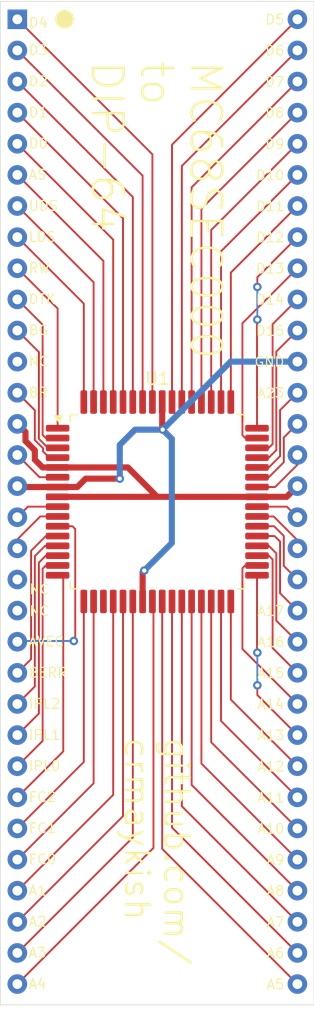
<source format=kicad_pcb>
(kicad_pcb (version 20240108) (generator "pcbnew") (generator_version "8.0")
  (layers (0 "F.Cu" signal) (31 "B.Cu" signal) (34 "B.Paste" user) (35 "F.Paste" user) (36 "B.SilkS" user "B.Silkscreen") (37 "F.SilkS" user "F.Silkscreen") (38 "B.Mask" user) (39 "F.Mask" user) (44 "Edge.Cuts" user))
  (net 0 "")
  (net 1 "/A12")
  (net 2 "/{slash}UDS")
  (net 3 "/D8")
  (net 4 "/A5")
  (net 5 "/A10")
  (net 6 "/{slash}LDS")
  (net 7 "/D6")
  (net 8 "/D9")
  (net 9 "/FC2")
  (net 10 "/{slash}IPL2")
  (net 11 "/{slash}IPL1")
  (net 12 "/{slash}BERR")
  (net 13 "/{slash}RESET")
  (net 14 "/D10")
  (net 15 "/A22")
  (net 16 "/A11")
  (net 17 "/{slash}IPL0")
  (net 18 "/D7")
  (net 19 "/A9")
  (net 20 "/D0")
  (net 21 "/A18")
  (net 22 "/D15")
  (net 23 "/A6")
  (net 24 "/D1")
  (net 25 "/A21")
  (net 26 "/A17")
  (net 27 "/D14")
  (net 28 "/D13")
  (net 29 "/A13")
  (net 30 "/{slash}BG")
  (net 31 "/A15")
  (net 32 "/A1")
  (net 33 "/A7")
  (net 34 "/FC0")
  (net 35 "/A16")
  (net 36 "/FC1")
  (net 37 "/{slash}DTACK")
  (net 38 "/D3")
  (net 39 "/A3")
  (net 40 "/A8")
  (net 41 "/A4")
  (net 42 "/CLK")
  (net 43 "/D11")
  (net 44 "/D5")
  (net 45 "/{slash}BR")
  (net 46 "/D12")
  (net 47 "/D2")
  (net 48 "/A23")
  (net 49 "/A19")
  (net 50 "/RW")
  (net 51 "/{slash}AS")
  (net 52 "/A14")
  (net 53 "/D4")
  (net 54 "/A20")
  (net 55 "/A0")
  (net 56 "/{slash}HALT")
  (net 57 "/A2")
  (net 58 "GND")
  (net 59 "VCC")
  (net 60 "Net-(U1-{slash}AVEC)")
  (footprint "Package_QFP:PQFP-64_14x14mm_P0.8mm" (layer "F.Cu") (at 141.315 87.635)
    (property "Reference" "U1" (at 0 -10.05 0) (layer "F.SilkS"))
    (property "Value" "~")
    (fp_line (start -7.11 -7.11) (end -7.11 -6.535) (stroke (width 0.12)) (layer "F.SilkS"))
    (fp_line (start -7.11 7.11) (end -7.11 6.535) (stroke (width 0.12)) (layer "F.SilkS"))
    (fp_line (start -6.535 -7.11) (end -7.11 -7.11) (stroke (width 0.12)) (layer "F.SilkS"))
    (fp_line (start -6.535 7.11) (end -7.11 7.11) (stroke (width 0.12)) (layer "F.SilkS"))
    (fp_line (start 6.535 -7.11) (end 7.11 -7.11) (stroke (width 0.12)) (layer "F.SilkS"))
    (fp_line (start 6.535 7.11) (end 7.11 7.11) (stroke (width 0.12)) (layer "F.SilkS"))
    (fp_line (start 7.11 -7.11) (end 7.11 -6.535) (stroke (width 0.12)) (layer "F.SilkS"))
    (fp_line (start 7.11 7.11) (end 7.11 6.535) (stroke (width 0.12)) (layer "F.SilkS"))
    (fp_poly (pts (xy -8.05 -6.535) (xy -8.39 -7.005) (xy -7.71 -7.005) (xy -8.05 -6.535)) (stroke (width 0.12)) (fill solid) (layer "F.SilkS"))
    (pad "1" smd roundrect (at -8.1375 -6) (size 1.925 0.55) (layers "F.Cu" "F.Paste" "F.Mask") (net 50 "/RW"))
    (pad "2" smd roundrect (at -8.1375 -5.2) (size 1.925 0.55) (layers "F.Cu" "F.Paste" "F.Mask") (net 37 "/{slash}DTACK"))
    (pad "3" smd roundrect (at -8.1375 -4.4) (size 1.925 0.55) (layers "F.Cu" "F.Paste" "F.Mask") (net 30 "/{slash}BG"))
    (pad "4" smd roundrect (at -8.1375 -3.6) (size 1.925 0.55) (layers "F.Cu" "F.Paste" "F.Mask") (net 45 "/{slash}BR"))
    (pad "5" smd roundrect (at -8.1375 -2.8) (size 1.925 0.55) (layers "F.Cu" "F.Paste" "F.Mask") (net 59 "VCC"))
    (pad "6" smd roundrect (at -8.1375 -2) (size 1.925 0.55) (layers "F.Cu" "F.Paste" "F.Mask") (net 42 "/CLK"))
    (pad "7" smd roundrect (at -8.1375 -1.2) (size 1.925 0.55) (layers "F.Cu" "F.Paste" "F.Mask") (net 58 "GND"))
    (pad "8" smd roundrect (at -8.1375 -0.4) (size 1.925 0.55) (layers "F.Cu" "F.Paste" "F.Mask") (net 59 "VCC"))
    (pad "9" smd roundrect (at -8.1375 0.4) (size 1.925 0.55) (layers "F.Cu" "F.Paste" "F.Mask") (net 56 "/{slash}HALT"))
    (pad "10" smd roundrect (at -8.1375 1.2) (size 1.925 0.55) (layers "F.Cu" "F.Paste" "F.Mask") (net 13 "/{slash}RESET"))
    (pad "11" smd roundrect (at -8.1375 2) (size 1.925 0.55) (layers "F.Cu" "F.Paste" "F.Mask") (net 60 "Net-(U1-{slash}AVEC)"))
    (pad "12" smd roundrect (at -8.1375 2.8) (size 1.925 0.55) (layers "F.Cu" "F.Paste" "F.Mask") (net 12 "/{slash}BERR"))
    (pad "13" smd roundrect (at -8.1375 3.6) (size 1.925 0.55) (layers "F.Cu" "F.Paste" "F.Mask") (net 10 "/{slash}IPL2"))
    (pad "14" smd roundrect (at -8.1375 4.4) (size 1.925 0.55) (layers "F.Cu" "F.Paste" "F.Mask") (net 11 "/{slash}IPL1"))
    (pad "15" smd roundrect (at -8.1375 5.2) (size 1.925 0.55) (layers "F.Cu" "F.Paste" "F.Mask") (net 17 "/{slash}IPL0"))
    (pad "16" smd roundrect (at -8.1375 6) (size 1.925 0.55) (layers "F.Cu" "F.Paste" "F.Mask") (net 9 "/FC2"))
    (pad "17" smd roundrect (at -6 8.1375) (size 0.55 1.925) (layers "F.Cu" "F.Paste" "F.Mask") (net 36 "/FC1"))
    (pad "18" smd roundrect (at -5.2 8.1375) (size 0.55 1.925) (layers "F.Cu" "F.Paste" "F.Mask") (net 34 "/FC0"))
    (pad "19" smd roundrect (at -4.4 8.1375) (size 0.55 1.925) (layers "F.Cu" "F.Paste" "F.Mask") (net 55 "/A0"))
    (pad "20" smd roundrect (at -3.6 8.1375) (size 0.55 1.925) (layers "F.Cu" "F.Paste" "F.Mask") (net 32 "/A1"))
    (pad "21" smd roundrect (at -2.8 8.1375) (size 0.55 1.925) (layers "F.Cu" "F.Paste" "F.Mask") (net 57 "/A2"))
    (pad "22" smd roundrect (at -2 8.1375) (size 0.55 1.925) (layers "F.Cu" "F.Paste" "F.Mask") (net 39 "/A3"))
    (pad "23" smd roundrect (at -1.2 8.1375) (size 0.55 1.925) (layers "F.Cu" "F.Paste" "F.Mask") (net 58 "GND"))
    (pad "24" smd roundrect (at -0.4 8.1375) (size 0.55 1.925) (layers "F.Cu" "F.Paste" "F.Mask") (net 41 "/A4"))
    (pad "25" smd roundrect (at 0.4 8.1375) (size 0.55 1.925) (layers "F.Cu" "F.Paste" "F.Mask") (net 4 "/A5"))
    (pad "26" smd roundrect (at 1.2 8.1375) (size 0.55 1.925) (layers "F.Cu" "F.Paste" "F.Mask") (net 23 "/A6"))
    (pad "27" smd roundrect (at 2 8.1375) (size 0.55 1.925) (layers "F.Cu" "F.Paste" "F.Mask") (net 33 "/A7"))
    (pad "28" smd roundrect (at 2.8 8.1375) (size 0.55 1.925) (layers "F.Cu" "F.Paste" "F.Mask") (net 40 "/A8"))
    (pad "29" smd roundrect (at 3.6 8.1375) (size 0.55 1.925) (layers "F.Cu" "F.Paste" "F.Mask") (net 19 "/A9"))
    (pad "30" smd roundrect (at 4.4 8.1375) (size 0.55 1.925) (layers "F.Cu" "F.Paste" "F.Mask") (net 5 "/A10"))
    (pad "31" smd roundrect (at 5.2 8.1375) (size 0.55 1.925) (layers "F.Cu" "F.Paste" "F.Mask") (net 16 "/A11"))
    (pad "32" smd roundrect (at 6 8.1375) (size 0.55 1.925) (layers "F.Cu" "F.Paste" "F.Mask") (net 1 "/A12"))
    (pad "33" smd roundrect (at 8.1375 6) (size 1.925 0.55) (layers "F.Cu" "F.Paste" "F.Mask") (net 29 "/A13"))
    (pad "34" smd roundrect (at 8.1375 5.2) (size 1.925 0.55) (layers "F.Cu" "F.Paste" "F.Mask") (net 52 "/A14"))
    (pad "35" smd roundrect (at 8.1375 4.4) (size 1.925 0.55) (layers "F.Cu" "F.Paste" "F.Mask") (net 31 "/A15"))
    (pad "36" smd roundrect (at 8.1375 3.6) (size 1.925 0.55) (layers "F.Cu" "F.Paste" "F.Mask") (net 35 "/A16"))
    (pad "37" smd roundrect (at 8.1375 2.8) (size 1.925 0.55) (layers "F.Cu" "F.Paste" "F.Mask") (net 26 "/A17"))
    (pad "38" smd roundrect (at 8.1375 2) (size 1.925 0.55) (layers "F.Cu" "F.Paste" "F.Mask") (net 21 "/A18"))
    (pad "39" smd roundrect (at 8.1375 1.2) (size 1.925 0.55) (layers "F.Cu" "F.Paste" "F.Mask") (net 49 "/A19"))
    (pad "40" smd roundrect (at 8.1375 0.4) (size 1.925 0.55) (layers "F.Cu" "F.Paste" "F.Mask") (net 54 "/A20"))
    (pad "41" smd roundrect (at 8.1375 -0.4) (size 1.925 0.55) (layers "F.Cu" "F.Paste" "F.Mask") (net 59 "VCC"))
    (pad "42" smd roundrect (at 8.1375 -1.2) (size 1.925 0.55) (layers "F.Cu" "F.Paste" "F.Mask") (net 25 "/A21"))
    (pad "43" smd roundrect (at 8.1375 -2) (size 1.925 0.55) (layers "F.Cu" "F.Paste" "F.Mask") (net 15 "/A22"))
    (pad "44" smd roundrect (at 8.1375 -2.8) (size 1.925 0.55) (layers "F.Cu" "F.Paste" "F.Mask") (net 48 "/A23"))
    (pad "45" smd roundrect (at 8.1375 -3.6) (size 1.925 0.55) (layers "F.Cu" "F.Paste" "F.Mask") (net 22 "/D15"))
    (pad "46" smd roundrect (at 8.1375 -4.4) (size 1.925 0.55) (layers "F.Cu" "F.Paste" "F.Mask") (net 27 "/D14"))
    (pad "47" smd roundrect (at 8.1375 -5.2) (size 1.925 0.55) (layers "F.Cu" "F.Paste" "F.Mask") (net 28 "/D13"))
    (pad "48" smd roundrect (at 8.1375 -6) (size 1.925 0.55) (layers "F.Cu" "F.Paste" "F.Mask") (net 46 "/D12"))
    (pad "49" smd roundrect (at 6 -8.1375) (size 0.55 1.925) (layers "F.Cu" "F.Paste" "F.Mask") (net 43 "/D11"))
    (pad "50" smd roundrect (at 5.2 -8.1375) (size 0.55 1.925) (layers "F.Cu" "F.Paste" "F.Mask") (net 14 "/D10"))
    (pad "51" smd roundrect (at 4.4 -8.1375) (size 0.55 1.925) (layers "F.Cu" "F.Paste" "F.Mask") (net 8 "/D9"))
    (pad "52" smd roundrect (at 3.6 -8.1375) (size 0.55 1.925) (layers "F.Cu" "F.Paste" "F.Mask") (net 3 "/D8"))
    (pad "53" smd roundrect (at 2.8 -8.1375) (size 0.55 1.925) (layers "F.Cu" "F.Paste" "F.Mask") (net 18 "/D7"))
    (pad "54" smd roundrect (at 2 -8.1375) (size 0.55 1.925) (layers "F.Cu" "F.Paste" "F.Mask") (net 7 "/D6"))
    (pad "55" smd roundrect (at 1.2 -8.1375) (size 0.55 1.925) (layers "F.Cu" "F.Paste" "F.Mask") (net 44 "/D5"))
    (pad "56" smd roundrect (at 0.4 -8.1375) (size 0.55 1.925) (layers "F.Cu" "F.Paste" "F.Mask") (net 58 "GND"))
    (pad "57" smd roundrect (at -0.4 -8.1375) (size 0.55 1.925) (layers "F.Cu" "F.Paste" "F.Mask") (net 53 "/D4"))
    (pad "58" smd roundrect (at -1.2 -8.1375) (size 0.55 1.925) (layers "F.Cu" "F.Paste" "F.Mask") (net 38 "/D3"))
    (pad "59" smd roundrect (at -2 -8.1375) (size 0.55 1.925) (layers "F.Cu" "F.Paste" "F.Mask") (net 47 "/D2"))
    (pad "60" smd roundrect (at -2.8 -8.1375) (size 0.55 1.925) (layers "F.Cu" "F.Paste" "F.Mask") (net 24 "/D1"))
    (pad "61" smd roundrect (at -3.6 -8.1375) (size 0.55 1.925) (layers "F.Cu" "F.Paste" "F.Mask") (net 20 "/D0"))
    (pad "62" smd roundrect (at -4.4 -8.1375) (size 0.55 1.925) (layers "F.Cu" "F.Paste" "F.Mask") (net 51 "/{slash}AS"))
    (pad "63" smd roundrect (at -5.2 -8.1375) (size 0.55 1.925) (layers "F.Cu" "F.Paste" "F.Mask") (net 2 "/{slash}UDS"))
    (pad "64" smd roundrect (at -6 -8.1375) (size 0.55 1.925) (layers "F.Cu" "F.Paste" "F.Mask") (net 6 "/{slash}LDS"))
  )
  (footprint "Package_DIP:DIP-64_W22.86mm" (layer "F.Cu") (at 129.89 48.26)
    (property "Reference" "U2" (hide yes))
    (property "Value" "68010D")
    (pad "1" thru_hole rect (at 0 0) (size 1.6 1.6) (drill 0.8) (layers "*.Cu" "*.Mask") (net 53 "/D4"))
    (pad "2" thru_hole oval (at 0 2.54) (size 1.6 1.6) (drill 0.8) (layers "*.Cu" "*.Mask") (net 38 "/D3"))
    (pad "3" thru_hole oval (at 0 5.08) (size 1.6 1.6) (drill 0.8) (layers "*.Cu" "*.Mask") (net 47 "/D2"))
    (pad "4" thru_hole oval (at 0 7.62) (size 1.6 1.6) (drill 0.8) (layers "*.Cu" "*.Mask") (net 24 "/D1"))
    (pad "5" thru_hole oval (at 0 10.16) (size 1.6 1.6) (drill 0.8) (layers "*.Cu" "*.Mask") (net 20 "/D0"))
    (pad "6" thru_hole oval (at 0 12.7) (size 1.6 1.6) (drill 0.8) (layers "*.Cu" "*.Mask") (net 51 "/{slash}AS"))
    (pad "7" thru_hole oval (at 0 15.24) (size 1.6 1.6) (drill 0.8) (layers "*.Cu" "*.Mask") (net 2 "/{slash}UDS"))
    (pad "8" thru_hole oval (at 0 17.78) (size 1.6 1.6) (drill 0.8) (layers "*.Cu" "*.Mask") (net 6 "/{slash}LDS"))
    (pad "9" thru_hole oval (at 0 20.32) (size 1.6 1.6) (drill 0.8) (layers "*.Cu" "*.Mask") (net 50 "/RW"))
    (pad "10" thru_hole oval (at 0 22.86) (size 1.6 1.6) (drill 0.8) (layers "*.Cu" "*.Mask") (net 37 "/{slash}DTACK"))
    (pad "11" thru_hole oval (at 0 25.4) (size 1.6 1.6) (drill 0.8) (layers "*.Cu" "*.Mask") (net 30 "/{slash}BG"))
    (pad "12" thru_hole oval (at 0 27.94) (size 1.6 1.6) (drill 0.8) (layers "*.Cu" "*.Mask"))
    (pad "13" thru_hole oval (at 0 30.48) (size 1.6 1.6) (drill 0.8) (layers "*.Cu" "*.Mask") (net 45 "/{slash}BR"))
    (pad "14" thru_hole oval (at 0 33.02) (size 1.6 1.6) (drill 0.8) (layers "*.Cu" "*.Mask") (net 59 "VCC"))
    (pad "15" thru_hole oval (at 0 35.56) (size 1.6 1.6) (drill 0.8) (layers "*.Cu" "*.Mask") (net 42 "/CLK"))
    (pad "16" thru_hole oval (at 0 38.1) (size 1.6 1.6) (drill 0.8) (layers "*.Cu" "*.Mask") (net 58 "GND"))
    (pad "17" thru_hole oval (at 0 40.64) (size 1.6 1.6) (drill 0.8) (layers "*.Cu" "*.Mask") (net 56 "/{slash}HALT"))
    (pad "18" thru_hole oval (at 0 43.18) (size 1.6 1.6) (drill 0.8) (layers "*.Cu" "*.Mask") (net 13 "/{slash}RESET"))
    (pad "19" thru_hole oval (at 0 45.72) (size 1.6 1.6) (drill 0.8) (layers "*.Cu" "*.Mask"))
    (pad "20" thru_hole oval (at 0 48.26) (size 1.6 1.6) (drill 0.8) (layers "*.Cu" "*.Mask"))
    (pad "21" thru_hole oval (at 0 50.8) (size 1.6 1.6) (drill 0.8) (layers "*.Cu" "*.Mask") (net 60 "Net-(U1-{slash}AVEC)"))
    (pad "22" thru_hole oval (at 0 53.34) (size 1.6 1.6) (drill 0.8) (layers "*.Cu" "*.Mask") (net 12 "/{slash}BERR"))
    (pad "23" thru_hole oval (at 0 55.88) (size 1.6 1.6) (drill 0.8) (layers "*.Cu" "*.Mask") (net 10 "/{slash}IPL2"))
    (pad "24" thru_hole oval (at 0 58.42) (size 1.6 1.6) (drill 0.8) (layers "*.Cu" "*.Mask") (net 11 "/{slash}IPL1"))
    (pad "25" thru_hole oval (at 0 60.96) (size 1.6 1.6) (drill 0.8) (layers "*.Cu" "*.Mask") (net 17 "/{slash}IPL0"))
    (pad "26" thru_hole oval (at 0 63.5) (size 1.6 1.6) (drill 0.8) (layers "*.Cu" "*.Mask") (net 9 "/FC2"))
    (pad "27" thru_hole oval (at 0 66.04) (size 1.6 1.6) (drill 0.8) (layers "*.Cu" "*.Mask") (net 36 "/FC1"))
    (pad "28" thru_hole oval (at 0 68.58) (size 1.6 1.6) (drill 0.8) (layers "*.Cu" "*.Mask") (net 34 "/FC0"))
    (pad "29" thru_hole oval (at 0 71.12) (size 1.6 1.6) (drill 0.8) (layers "*.Cu" "*.Mask") (net 32 "/A1"))
    (pad "30" thru_hole oval (at 0 73.66) (size 1.6 1.6) (drill 0.8) (layers "*.Cu" "*.Mask") (net 57 "/A2"))
    (pad "31" thru_hole oval (at 0 76.2) (size 1.6 1.6) (drill 0.8) (layers "*.Cu" "*.Mask") (net 39 "/A3"))
    (pad "32" thru_hole oval (at 0 78.74) (size 1.6 1.6) (drill 0.8) (layers "*.Cu" "*.Mask") (net 41 "/A4"))
    (pad "33" thru_hole oval (at 22.86 78.74) (size 1.6 1.6) (drill 0.8) (layers "*.Cu" "*.Mask") (net 4 "/A5"))
    (pad "34" thru_hole oval (at 22.86 76.2) (size 1.6 1.6) (drill 0.8) (layers "*.Cu" "*.Mask") (net 23 "/A6"))
    (pad "35" thru_hole oval (at 22.86 73.66) (size 1.6 1.6) (drill 0.8) (layers "*.Cu" "*.Mask") (net 33 "/A7"))
    (pad "36" thru_hole oval (at 22.86 71.12) (size 1.6 1.6) (drill 0.8) (layers "*.Cu" "*.Mask") (net 40 "/A8"))
    (pad "37" thru_hole oval (at 22.86 68.58) (size 1.6 1.6) (drill 0.8) (layers "*.Cu" "*.Mask") (net 19 "/A9"))
    (pad "38" thru_hole oval (at 22.86 66.04) (size 1.6 1.6) (drill 0.8) (layers "*.Cu" "*.Mask") (net 5 "/A10"))
    (pad "39" thru_hole oval (at 22.86 63.5) (size 1.6 1.6) (drill 0.8) (layers "*.Cu" "*.Mask") (net 16 "/A11"))
    (pad "40" thru_hole oval (at 22.86 60.96) (size 1.6 1.6) (drill 0.8) (layers "*.Cu" "*.Mask") (net 1 "/A12"))
    (pad "41" thru_hole oval (at 22.86 58.42) (size 1.6 1.6) (drill 0.8) (layers "*.Cu" "*.Mask") (net 29 "/A13"))
    (pad "42" thru_hole oval (at 22.86 55.88) (size 1.6 1.6) (drill 0.8) (layers "*.Cu" "*.Mask") (net 52 "/A14"))
    (pad "43" thru_hole oval (at 22.86 53.34) (size 1.6 1.6) (drill 0.8) (layers "*.Cu" "*.Mask") (net 31 "/A15"))
    (pad "44" thru_hole oval (at 22.86 50.8) (size 1.6 1.6) (drill 0.8) (layers "*.Cu" "*.Mask") (net 35 "/A16"))
    (pad "45" thru_hole oval (at 22.86 48.26) (size 1.6 1.6) (drill 0.8) (layers "*.Cu" "*.Mask") (net 26 "/A17"))
    (pad "46" thru_hole oval (at 22.86 45.72) (size 1.6 1.6) (drill 0.8) (layers "*.Cu" "*.Mask") (net 21 "/A18"))
    (pad "47" thru_hole oval (at 22.86 43.18) (size 1.6 1.6) (drill 0.8) (layers "*.Cu" "*.Mask") (net 49 "/A19"))
    (pad "48" thru_hole oval (at 22.86 40.64) (size 1.6 1.6) (drill 0.8) (layers "*.Cu" "*.Mask") (net 54 "/A20"))
    (pad "49" thru_hole oval (at 22.86 38.1) (size 1.6 1.6) (drill 0.8) (layers "*.Cu" "*.Mask") (net 59 "VCC"))
    (pad "50" thru_hole oval (at 22.86 35.56) (size 1.6 1.6) (drill 0.8) (layers "*.Cu" "*.Mask") (net 25 "/A21"))
    (pad "51" thru_hole oval (at 22.86 33.02) (size 1.6 1.6) (drill 0.8) (layers "*.Cu" "*.Mask") (net 15 "/A22"))
    (pad "52" thru_hole oval (at 22.86 30.48) (size 1.6 1.6) (drill 0.8) (layers "*.Cu" "*.Mask") (net 48 "/A23"))
    (pad "53" thru_hole oval (at 22.86 27.94) (size 1.6 1.6) (drill 0.8) (layers "*.Cu" "*.Mask") (net 58 "GND"))
    (pad "54" thru_hole oval (at 22.86 25.4) (size 1.6 1.6) (drill 0.8) (layers "*.Cu" "*.Mask") (net 22 "/D15"))
    (pad "55" thru_hole oval (at 22.86 22.86) (size 1.6 1.6) (drill 0.8) (layers "*.Cu" "*.Mask") (net 27 "/D14"))
    (pad "56" thru_hole oval (at 22.86 20.32) (size 1.6 1.6) (drill 0.8) (layers "*.Cu" "*.Mask") (net 28 "/D13"))
    (pad "57" thru_hole oval (at 22.86 17.78) (size 1.6 1.6) (drill 0.8) (layers "*.Cu" "*.Mask") (net 46 "/D12"))
    (pad "58" thru_hole oval (at 22.86 15.24) (size 1.6 1.6) (drill 0.8) (layers "*.Cu" "*.Mask") (net 43 "/D11"))
    (pad "59" thru_hole oval (at 22.86 12.7) (size 1.6 1.6) (drill 0.8) (layers "*.Cu" "*.Mask") (net 14 "/D10"))
    (pad "60" thru_hole oval (at 22.86 10.16) (size 1.6 1.6) (drill 0.8) (layers "*.Cu" "*.Mask") (net 8 "/D9"))
    (pad "61" thru_hole oval (at 22.86 7.62) (size 1.6 1.6) (drill 0.8) (layers "*.Cu" "*.Mask") (net 3 "/D8"))
    (pad "62" thru_hole oval (at 22.86 5.08) (size 1.6 1.6) (drill 0.8) (layers "*.Cu" "*.Mask") (net 18 "/D7"))
    (pad "63" thru_hole oval (at 22.86 2.54) (size 1.6 1.6) (drill 0.8) (layers "*.Cu" "*.Mask") (net 7 "/D6"))
    (pad "64" thru_hole oval (at 22.86 0) (size 1.6 1.6) (drill 0.8) (layers "*.Cu" "*.Mask") (net 44 "/D5"))
  )
  (gr_circle (center 133.75 48.25) (end 134.457107 48.25) (stroke (width 0.1)) (fill solid) (layer "F.SilkS"))
  (gr_rect (start 128.5 46.8) (end 154.1 128.7) (stroke (width 0.05)) (fill none) (layer "Edge.Cuts"))
  (gr_text "IPL0" (at 130.75 109.67 0) (layer "F.SilkS") (effects (font (size 0.8 0.8) (thickness 0.1)) (justify left bottom)))
  (gr_text "A4" (at 130.75 127.45 0) (layer "F.SilkS") (effects (font (size 0.8 0.8) (thickness 0.1)) (justify left bottom)))
  (gr_text "D2" (at 130.75 53.79 0) (layer "F.SilkS") (effects (font (size 0.8 0.8) (thickness 0.1)) (justify left bottom)))
  (gr_text "D9" (at 151.75 58.91 0) (layer "F.SilkS") (effects (font (size 0.8 0.8) (thickness 0.1)) (justify right bottom)))
  (gr_text "D1\n" (at 130.75 56.33 0) (layer "F.SilkS") (effects (font (size 0.8 0.8) (thickness 0.1)) (justify left bottom)))
  (gr_text "A8" (at 151.75 119.87 0) (layer "F.SilkS") (effects (font (size 0.8 0.8) (thickness 0.1)) (justify right bottom)))
  (gr_text "A15" (at 151.75 102.09 0) (layer "F.SilkS") (effects (font (size 0.8 0.8) (thickness 0.1)) (justify right bottom)))
  (gr_text "D6" (at 151.75 51.29 0) (layer "F.SilkS") (effects (font (size 0.8 0.8) (thickness 0.1)) (justify right bottom)))
  (gr_text "UDS" (at 130.75 63.95 0) (layer "F.SilkS") (effects (font (size 0.8 0.8) (thickness 0.1)) (justify left bottom)))
  (gr_text "D15" (at 151.75 74.15 0) (layer "F.SilkS") (effects (font (size 0.8 0.8) (thickness 0.1)) (justify right bottom)))
  (gr_text "GND" (at 151.75 76.69 0) (layer "F.SilkS") (effects (font (size 0.8 0.8) (thickness 0.1)) (justify right bottom)))
  (gr_text "A2" (at 130.75 122.37 0) (layer "F.SilkS") (effects (font (size 0.8 0.8) (thickness 0.1)) (justify left bottom)))
  (gr_text "BERR\n" (at 130.75 102.05 0) (layer "F.SilkS") (effects (font (size 0.8 0.8) (thickness 0.1)) (justify left bottom)))
  (gr_text "D4" (at 130.75 49 0) (layer "F.SilkS") (effects (font (size 0.8 0.8) (thickness 0.1)) (justify left bottom)))
  (gr_text "D3" (at 130.75 51.25 0) (layer "F.SilkS") (effects (font (size 0.8 0.8) (thickness 0.1)) (justify left bottom)))
  (gr_text "A12" (at 151.75 109.71 0) (layer "F.SilkS") (effects (font (size 0.8 0.8) (thickness 0.1)) (justify right bottom)))
  (gr_text "NC" (at 130.75 76.65 0) (layer "F.SilkS") (effects (font (size 0.8 0.8) (thickness 0.1)) (justify left bottom)))
  (gr_text "A6" (at 151.75 124.95 0) (layer "F.SilkS") (effects (font (size 0.8 0.8) (thickness 0.1)) (justify right bottom)))
  (gr_text "D12" (at 151.75 66.53 0) (layer "F.SilkS") (effects (font (size 0.8 0.8) (thickness 0.1)) (justify right bottom)))
  (gr_text "NC" (at 130.81 97.028 0) (layer "F.SilkS") (effects (font (size 0.8 0.8) (thickness 0.1)) (justify left bottom)))
  (gr_text "A1" (at 130.75 119.83 0) (layer "F.SilkS") (effects (font (size 0.8 0.8) (thickness 0.1)) (justify left bottom)))
  (gr_text "github.com/\ncrmaykish" (at 138.5 106.75 270) (layer "F.SilkS") (effects (font (size 2 2) (thickness 0.2)) (justify left bottom)))
  (gr_text "FC1" (at 130.75 114.75 0) (layer "F.SilkS") (effects (font (size 0.8 0.8) (thickness 0.1)) (justify left bottom)))
  (gr_text "D11" (at 151.75 63.99 0) (layer "F.SilkS") (effects (font (size 0.8 0.8) (thickness 0.1)) (justify right bottom)))
  (gr_text "A3" (at 130.75 124.91 0) (layer "F.SilkS") (effects (font (size 0.8 0.8) (thickness 0.1)) (justify left bottom)))
  (gr_text "AVEC" (at 130.75 99.51 0) (layer "F.SilkS") (effects (font (size 0.8 0.8) (thickness 0.1)) (justify left bottom)))
  (gr_text "A10" (at 151.75 114.79 0) (layer "F.SilkS") (effects (font (size 0.8 0.8) (thickness 0.1)) (justify right bottom)))
  (gr_text "A9" (at 151.75 117.33 0) (layer "F.SilkS") (effects (font (size 0.8 0.8) (thickness 0.1)) (justify right bottom)))
  (gr_text "DTK\n" (at 130.75 71.57 0) (layer "F.SilkS") (effects (font (size 0.8 0.8) (thickness 0.1)) (justify left bottom)))
  (gr_text "BR" (at 130.75 79.19 0) (layer "F.SilkS") (effects (font (size 0.8 0.8) (thickness 0.1)) (justify left bottom)))
  (gr_text "A7" (at 151.75 122.41 0) (layer "F.SilkS") (effects (font (size 0.8 0.8) (thickness 0.1)) (justify right bottom)))
  (gr_text "D5" (at 151.75 48.75 0) (layer "F.SilkS") (effects (font (size 0.8 0.8) (thickness 0.1)) (justify right bottom)))
  (gr_text "D13" (at 151.75 69.07 0) (layer "F.SilkS") (effects (font (size 0.8 0.8) (thickness 0.1)) (justify right bottom)))
  (gr_text "A13" (at 151.75 107.17 0) (layer "F.SilkS") (effects (font (size 0.8 0.8) (thickness 0.1)) (justify right bottom)))
  (gr_text "IPL1" (at 130.75 107.13 0) (layer "F.SilkS") (effects (font (size 0.8 0.8) (thickness 0.1)) (justify left bottom)))
  (gr_text "A11" (at 151.75 112.25 0) (layer "F.SilkS") (effects (font (size 0.8 0.8) (thickness 0.1)) (justify right bottom)))
  (gr_text "A23" (at 151.75 79.23 0) (layer "F.SilkS") (effects (font (size 0.8 0.8) (thickness 0.1)) (justify right bottom)))
  (gr_text "AS\n" (at 130.75 61.41 0) (layer "F.SilkS") (effects (font (size 0.8 0.8) (thickness 0.1)) (justify left bottom)))
  (gr_text "MC68SEC000\nto\nDIP-64" (at 135.75 51.5 -90) (layer "F.SilkS") (effects (font (size 2.5 2.5) (thickness 0.2)) (justify left bottom)))
  (gr_text "LDS" (at 130.75 66.49 0) (layer "F.SilkS") (effects (font (size 0.8 0.8) (thickness 0.1)) (justify left bottom)))
  (gr_text "NC" (at 130.81 95.25 0) (layer "F.SilkS") (effects (font (size 0.8 0.8) (thickness 0.1)) (justify left bottom)))
  (gr_text "IPL2" (at 130.75 104.59 0) (layer "F.SilkS") (effects (font (size 0.8 0.8) (thickness 0.1)) (justify left bottom)))
  (gr_text "A5" (at 151.75 127.49 0) (layer "F.SilkS") (effects (font (size 0.8 0.8) (thickness 0.1)) (justify right bottom)))
  (gr_text "RW" (at 130.75 69.03 0) (layer "F.SilkS") (effects (font (size 0.8 0.8) (thickness 0.1)) (justify left bottom)))
  (gr_text "D0" (at 130.75 58.87 0) (layer "F.SilkS") (effects (font (size 0.8 0.8) (thickness 0.1)) (justify left bottom)))
  (gr_text "FC0" (at 130.75 117.29 0) (layer "F.SilkS") (effects (font (size 0.8 0.8) (thickness 0.1)) (justify left bottom)))
  (gr_text "A14" (at 151.75 104.63 0) (layer "F.SilkS") (effects (font (size 0.8 0.8) (thickness 0.1)) (justify right bottom)))
  (gr_text "D14" (at 151.75 71.61 0) (layer "F.SilkS") (effects (font (size 0.8 0.8) (thickness 0.1)) (justify right bottom)))
  (gr_text "D7" (at 151.75 53.83 0) (layer "F.SilkS") (effects (font (size 0.8 0.8) (thickness 0.1)) (justify right bottom)))
  (gr_text "BG" (at 130.75 74.11 0) (layer "F.SilkS") (effects (font (size 0.8 0.8) (thickness 0.1)) (justify left bottom)))
  (gr_text "D8" (at 151.75 56.37 0) (layer "F.SilkS") (effects (font (size 0.8 0.8) (thickness 0.1)) (justify right bottom)))
  (gr_text "A16" (at 151.75 99.55 0) (layer "F.SilkS") (effects (font (size 0.8 0.8) (thickness 0.1)) (justify right bottom)))
  (gr_text "D10" (at 151.75 61.45 0) (layer "F.SilkS") (effects (font (size 0.8 0.8) (thickness 0.1)) (justify right bottom)))
  (gr_text "A17" (at 151.75 97.01 0) (layer "F.SilkS") (effects (font (size 0.8 0.8) (thickness 0.1)) (justify right bottom)))
  (gr_text "FC2" (at 130.75 112.21 0) (layer "F.SilkS") (effects (font (size 0.8 0.8) (thickness 0.1)) (justify left bottom)))
  (segment (start 147.315 103.785) (end 147.315 95.31) (width 0.1524) (layer "F.Cu") (net 1))
  (segment (start 152.75 109.22) (end 147.315 103.785) (width 0.1524) (layer "F.Cu") (net 1))
  (segment (start 136.115 69.725) (end 129.89 63.5) (width 0.1524) (layer "F.Cu") (net 2))
  (segment (start 136.115 79.4975) (end 136.115 69.725) (width 0.1524) (layer "F.Cu") (net 2))
  (segment (start 144.915 79.96) (end 144.915 63.715) (width 0.1524) (layer "F.Cu") (net 3))
  (segment (start 144.915 63.715) (end 152.75 55.88) (width 0.1524) (layer "F.Cu") (net 3))
  (segment (start 141.715 115.965) (end 152.75 127) (width 0.1524) (layer "F.Cu") (net 4))
  (segment (start 141.715 95.31) (end 141.715 115.965) (width 0.1524) (layer "F.Cu") (net 4))
  (segment (start 152.75 114.3) (end 145.715 107.265) (width 0.1524) (layer "F.Cu") (net 5))
  (segment (start 145.715 107.265) (end 145.715 95.31) (width 0.1524) (layer "F.Cu") (net 5))
  (segment (start 135.315 71.465) (end 129.89 66.04) (width 0.1524) (layer "F.Cu") (net 6))
  (segment (start 135.315 79.4975) (end 135.315 71.465) (width 0.1524) (layer "F.Cu") (net 6))
  (segment (start 143.315 79.96) (end 143.315 60.235) (width 0.1524) (layer "F.Cu") (net 7))
  (segment (start 143.315 60.235) (end 152.75 50.8) (width 0.1524) (layer "F.Cu") (net 7))
  (segment (start 145.715 79.96) (end 145.715 65.455) (width 0.1524) (layer "F.Cu") (net 8))
  (segment (start 145.715 65.455) (end 152.75 58.42) (width 0.1524) (layer "F.Cu") (net 8))
  (segment (start 133.64 108.01) (end 129.89 111.76) (width 0.1524) (layer "F.Cu") (net 9))
  (segment (start 133.64 93.635) (end 133.64 108.01) (width 0.1524) (layer "F.Cu") (net 9))
  (segment (start 133.1775 91.235) (end 132.158 91.235) (width 0.1524) (layer "F.Cu") (net 10))
  (segment (start 132.158 91.235) (end 131.318 92.075) (width 0.1524) (layer "F.Cu") (net 10))
  (segment (start 131.318 102.712) (end 129.89 104.14) (width 0.1524) (layer "F.Cu") (net 10))
  (segment (start 131.318 92.075) (end 131.318 102.712) (width 0.1524) (layer "F.Cu") (net 10))
  (segment (start 132.215001 92.035) (end 131.6482 92.601801) (width 0.1524) (layer "F.Cu") (net 11))
  (segment (start 133.1775 92.035) (end 132.215001 92.035) (width 0.1524) (layer "F.Cu") (net 11))
  (segment (start 131.6482 92.601801) (end 131.6482 104.9218) (width 0.1524) (layer "F.Cu") (net 11))
  (segment (start 131.6482 104.9218) (end 129.89 106.68) (width 0.1524) (layer "F.Cu") (net 11))
  (segment (start 131.0132 100.4768) (end 129.89 101.6) (width 0.1524) (layer "F.Cu") (net 12))
  (segment (start 131.0132 91.636801) (end 131.0132 100.4768) (width 0.1524) (layer "F.Cu") (net 12))
  (segment (start 133.1775 90.435) (end 132.215001 90.435) (width 0.1524) (layer "F.Cu") (net 12))
  (segment (start 132.215001 90.435) (end 131.0132 91.636801) (width 0.1524) (layer "F.Cu") (net 12))
  (segment (start 133.64 88.835) (end 131.764 88.835) (width 0.1524) (layer "F.Cu") (net 13))
  (segment (start 129.89 90.709) (end 129.89 91.44) (width 0.1524) (layer "F.Cu") (net 13))
  (segment (start 131.764 88.835) (end 129.89 90.709) (width 0.1524) (layer "F.Cu") (net 13))
  (segment (start 146.515 67.195) (end 152.75 60.96) (width 0.1524) (layer "F.Cu") (net 14))
  (segment (start 146.515 79.96) (end 146.515 67.195) (width 0.1524) (layer "F.Cu") (net 14))
  (segment (start 151.638 84.411999) (end 151.638 82.392) (width 0.1524) (layer "F.Cu") (net 15))
  (segment (start 151.638 82.392) (end 152.75 81.28) (width 0.1524) (layer "F.Cu") (net 15))
  (segment (start 150.414999 85.635) (end 151.638 84.411999) (width 0.1524) (layer "F.Cu") (net 15))
  (segment (start 149.4525 85.635) (end 150.414999 85.635) (width 0.1524) (layer "F.Cu") (net 15))
  (segment (start 152.75 111.76) (end 146.515 105.525) (width 0.1524) (layer "F.Cu") (net 16))
  (segment (start 146.515 105.525) (end 146.515 95.31) (width 0.1524) (layer "F.Cu") (net 16))
  (segment (start 131.953 93.097001) (end 131.953 107.157) (width 0.1524) (layer "F.Cu") (net 17))
  (segment (start 132.215001 92.835) (end 131.953 93.097001) (width 0.1524) (layer "F.Cu") (net 17))
  (segment (start 131.953 107.157) (end 129.89 109.22) (width 0.1524) (layer "F.Cu") (net 17))
  (segment (start 133.1775 92.835) (end 132.215001 92.835) (width 0.1524) (layer "F.Cu") (net 17))
  (segment (start 144.115 61.975) (end 152.75 53.34) (width 0.1524) (layer "F.Cu") (net 18))
  (segment (start 144.115 79.96) (end 144.115 61.975) (width 0.1524) (layer "F.Cu") (net 18))
  (segment (start 152.75 116.84) (end 144.915 109.005) (width 0.1524) (layer "F.Cu") (net 19))
  (segment (start 144.915 109.005) (end 144.915 95.31) (width 0.1524) (layer "F.Cu") (net 19))
  (segment (start 137.715 79.4975) (end 137.715 66.245) (width 0.1524) (layer "F.Cu") (net 20))
  (segment (start 137.715 66.245) (end 129.89 58.42) (width 0.1524) (layer "F.Cu") (net 20))
  (segment (start 151.638 92.868) (end 152.75 93.98) (width 0.1524) (layer "F.Cu") (net 21))
  (segment (start 149.4525 89.635) (end 150.849 89.635) (width 0.1524) (layer "F.Cu") (net 21))
  (segment (start 151.638 90.424) (end 151.638 92.868) (width 0.1524) (layer "F.Cu") (net 21))
  (segment (start 150.849 89.635) (end 151.638 90.424) (width 0.1524) (layer "F.Cu") (net 21))
  (segment (start 151.0284 75.3816) (end 152.75 73.66) (width 0.1524) (layer "F.Cu") (net 22))
  (segment (start 151.0284 83.421599) (end 151.0284 75.3816) (width 0.1524) (layer "F.Cu") (net 22))
  (segment (start 149.4525 84.035) (end 150.414999 84.035) (width 0.1524) (layer "F.Cu") (net 22))
  (segment (start 150.414999 84.035) (end 151.0284 83.421599) (width 0.1524) (layer "F.Cu") (net 22))
  (segment (start 152.75 124.46) (end 142.515 114.225) (width 0.1524) (layer "F.Cu") (net 23))
  (segment (start 142.515 114.225) (end 142.515 95.31) (width 0.1524) (layer "F.Cu") (net 23))
  (segment (start 138.515 64.505) (end 129.89 55.88) (width 0.1524) (layer "F.Cu") (net 24))
  (segment (start 138.515 79.4975) (end 138.515 64.505) (width 0.1524) (layer "F.Cu") (net 24))
  (segment (start 150.928 86.435) (end 148.99 86.435) (width 0.1524) (layer "F.Cu") (net 25))
  (segment (start 152.75 84.613) (end 150.928 86.435) (width 0.1524) (layer "F.Cu") (net 25))
  (segment (start 152.75 83.82) (end 152.75 84.613) (width 0.1524) (layer "F.Cu") (net 25))
  (segment (start 149.4525 90.435) (end 150.887 90.435) (width 0.1524) (layer "F.Cu") (net 26))
  (segment (start 151.3332 90.8812) (end 151.3332 95.1032) (width 0.1524) (layer "F.Cu") (net 26))
  (segment (start 150.887 90.435) (end 151.3332 90.8812) (width 0.1524) (layer "F.Cu") (net 26))
  (segment (start 151.3332 95.1032) (end 152.75 96.52) (width 0.1524) (layer "F.Cu") (net 26))
  (segment (start 149.4525 83.235) (end 150.414999 83.235) (width 0.1524) (layer "F.Cu") (net 27))
  (segment (start 150.414999 83.235) (end 150.7236 82.926399) (width 0.1524) (layer "F.Cu") (net 27))
  (segment (start 150.7236 82.926399) (end 150.7236 73.1464) (width 0.1524) (layer "F.Cu") (net 27))
  (segment (start 150.7236 73.1464) (end 152.75 71.12) (width 0.1524) (layer "F.Cu") (net 27))
  (segment (start 149.4525 82.435) (end 148.490001 82.435) (width 0.1524) (layer "F.Cu") (net 28))
  (segment (start 148.2614 82.206399) (end 148.2614 73.0686) (width 0.1524) (layer "F.Cu") (net 28))
  (segment (start 148.2614 73.0686) (end 152.75 68.58) (width 0.1524) (layer "F.Cu") (net 28))
  (segment (start 148.490001 82.435) (end 148.2614 82.206399) (width 0.1524) (layer "F.Cu") (net 28))
  (segment (start 149.4525 99.9225) (end 149.479 99.949) (width 0.1524) (layer "F.Cu") (net 29))
  (segment (start 149.479 103.409) (end 152.75 106.68) (width 0.1524) (layer "F.Cu") (net 29))
  (segment (start 149.4525 93.635) (end 149.4525 99.9225) (width 0.1524) (layer "F.Cu") (net 29))
  (segment (start 149.479 102.616) (end 149.479 103.409) (width 0.1524) (layer "F.Cu") (net 29))
  (via (at 149.479 99.949) (size 0.7) (drill 0.35) (layers "F.Cu" "B.Cu") (net 29))
  (via (at 149.479 102.616) (size 0.7) (drill 0.35) (layers "F.Cu" "B.Cu") (net 29))
  (segment (start 149.479 99.949) (end 149.479 102.616) (width 0.1524) (layer "B.Cu") (net 29))
  (segment (start 131.6482 82.4992) (end 131.6482 75.4182) (width 0.1524) (layer "F.Cu") (net 30))
  (segment (start 131.6482 75.4182) (end 129.89 73.66) (width 0.1524) (layer "F.Cu") (net 30))
  (segment (start 133.1775 83.235) (end 132.384 83.235) (width 0.1524) (layer "F.Cu") (net 30))
  (segment (start 132.384 83.235) (end 131.6482 82.4992) (width 0.1524) (layer "F.Cu") (net 30))
  (segment (start 150.414999 92.035) (end 150.7236 92.343601) (width 0.1524) (layer "F.Cu") (net 31))
  (segment (start 149.4525 92.035) (end 150.414999 92.035) (width 0.1524) (layer "F.Cu") (net 31))
  (segment (start 150.7236 99.5736) (end 152.75 101.6) (width 0.1524) (layer "F.Cu") (net 31))
  (segment (start 150.7236 92.343601) (end 150.7236 99.5736) (width 0.1524) (layer "F.Cu") (net 31))
  (segment (start 137.715 95.7725) (end 137.715 111.555) (width 0.1524) (layer "F.Cu") (net 32))
  (segment (start 137.715 111.555) (end 129.89 119.38) (width 0.1524) (layer "F.Cu") (net 32))
  (segment (start 143.315 112.485) (end 143.315 95.31) (width 0.1524) (layer "F.Cu") (net 33))
  (segment (start 152.75 121.92) (end 143.315 112.485) (width 0.1524) (layer "F.Cu") (net 33))
  (segment (start 136.115 110.615) (end 136.115 95.31) (width 0.1524) (layer "F.Cu") (net 34))
  (segment (start 129.89 116.84) (end 136.115 110.615) (width 0.1524) (layer "F.Cu") (net 34))
  (segment (start 150.414999 91.235) (end 151.0284 91.848401) (width 0.1524) (layer "F.Cu") (net 35))
  (segment (start 151.0284 97.3384) (end 152.75 99.06) (width 0.1524) (layer "F.Cu") (net 35))
  (segment (start 151.0284 91.848401) (end 151.0284 97.3384) (width 0.1524) (layer "F.Cu") (net 35))
  (segment (start 149.4525 91.235) (end 150.414999 91.235) (width 0.1524) (layer "F.Cu") (net 35))
  (segment (start 135.315 108.875) (end 135.315 95.31) (width 0.1524) (layer "F.Cu") (net 36))
  (segment (start 129.89 114.3) (end 135.315 108.875) (width 0.1524) (layer "F.Cu") (net 36))
  (segment (start 131.953 82.172999) (end 131.953 73.183) (width 0.1524) (layer "F.Cu") (net 37))
  (segment (start 132.215001 82.435) (end 131.953 82.172999) (width 0.1524) (layer "F.Cu") (net 37))
  (segment (start 131.953 73.183) (end 129.89 71.12) (width 0.1524) (layer "F.Cu") (net 37))
  (segment (start 133.1775 82.435) (end 132.215001 82.435) (width 0.1524) (layer "F.Cu") (net 37))
  (segment (start 140.115 61.025) (end 129.89 50.8) (width 0.1524) (layer "F.Cu") (net 38))
  (segment (start 140.115 79.4975) (end 140.115 61.025) (width 0.1524) (layer "F.Cu") (net 38))
  (segment (start 139.315 115.035) (end 139.315 95.7725) (width 0.1524) (layer "F.Cu") (net 39))
  (segment (start 129.89 124.46) (end 139.315 115.035) (width 0.1524) (layer "F.Cu") (net 39))
  (segment (start 152.75 119.38) (end 144.115 110.745) (width 0.1524) (layer "F.Cu") (net 40))
  (segment (start 144.115 110.745) (end 144.115 95.31) (width 0.1524) (layer "F.Cu") (net 40))
  (segment (start 129.89 127) (end 141 115.89) (width 0.1524) (layer "F.Cu") (net 41))
  (segment (start 141 115.89) (end 141 95.395) (width 0.1524) (layer "F.Cu") (net 41))
  (segment (start 133.64 85.635) (end 131.705 85.635) (width 0.1524) (layer "F.Cu") (net 42))
  (segment (start 131.705 85.635) (end 129.89 83.82) (width 0.1524) (layer "F.Cu") (net 42))
  (segment (start 147.315 79.96) (end 147.315 68.935) (width 0.1524) (layer "F.Cu") (net 43))
  (segment (start 147.315 68.935) (end 152.75 63.5) (width 0.1524) (layer "F.Cu") (net 43))
  (segment (start 142.515 79.96) (end 142.515 58.495) (width 0.1524) (layer "F.Cu") (net 44))
  (segment (start 142.515 58.495) (end 152.75 48.26) (width 0.1524) (layer "F.Cu") (net 44))
  (segment (start 133.1775 84.035) (end 132.493446 84.035) (width 0.1524) (layer "F.Cu") (net 45))
  (segment (start 131.318 82.600052) (end 131.318 80.168) (width 0.1524) (layer "F.Cu") (net 45))
  (segment (start 131.9864 83.527954) (end 131.9864 83.268452) (width 0.1524) (layer "F.Cu") (net 45))
  (segment (start 131.318 80.168) (end 129.89 78.74) (width 0.1524) (layer "F.Cu") (net 45))
  (segment (start 131.9864 83.268452) (end 131.318 82.600052) (width 0.1524) (layer "F.Cu") (net 45))
  (segment (start 132.493446 84.035) (end 131.9864 83.527954) (width 0.1524) (layer "F.Cu") (net 45))
  (segment (start 149.4525 72.7975) (end 149.479 72.771) (width 0.1524) (layer "F.Cu") (net 46))
  (segment (start 149.479 70.104) (end 149.479 69.311) (width 0.1524) (layer "F.Cu") (net 46))
  (segment (start 149.4525 81.635) (end 149.4525 72.7975) (width 0.1524) (layer "F.Cu") (net 46))
  (segment (start 149.479 69.311) (end 152.75 66.04) (width 0.1524) (layer "F.Cu") (net 46))
  (via (at 149.479 72.771) (size 0.7) (drill 0.35) (layers "F.Cu" "B.Cu") (net 46))
  (via (at 149.479 70.104) (size 0.7) (drill 0.35) (layers "F.Cu" "B.Cu") (net 46))
  (segment (start 149.479 72.771) (end 149.479 70.104) (width 0.1524) (layer "B.Cu") (net 46))
  (segment (start 139.315 79.4975) (end 139.315 62.765) (width 0.1524) (layer "F.Cu") (net 47))
  (segment (start 139.315 62.765) (end 129.89 53.34) (width 0.1524) (layer "F.Cu") (net 47))
  (segment (start 150.414999 84.835) (end 151.3332 83.916799) (width 0.1524) (layer "F.Cu") (net 48))
  (segment (start 151.3332 83.916799) (end 151.3332 80.1568) (width 0.1524) (layer "F.Cu") (net 48))
  (segment (start 151.3332 80.1568) (end 152.75 78.74) (width 0.1524) (layer "F.Cu") (net 48))
  (segment (start 149.4525 84.835) (end 150.414999 84.835) (width 0.1524) (layer "F.Cu") (net 48))
  (segment (start 150.811 88.835) (end 148.99 88.835) (width 0.1524) (layer "F.Cu") (net 49))
  (segment (start 152.75 91.44) (end 152.75 90.774) (width 0.1524) (layer "F.Cu") (net 49))
  (segment (start 152.75 90.774) (end 150.811 88.835) (width 0.1524) (layer "F.Cu") (net 49))
  (segment (start 133.1775 71.8675) (end 129.89 68.58) (width 0.1524) (layer "F.Cu") (net 50))
  (segment (start 133.1775 81.635) (end 133.1775 71.8675) (width 0.1524) (layer "F.Cu") (net 50))
  (segment (start 136.915 67.985) (end 129.89 60.96) (width 0.1524) (layer "F.Cu") (net 51))
  (segment (start 136.915 79.4975) (end 136.915 67.985) (width 0.1524) (layer "F.Cu") (net 51))
  (segment (start 148.2614 99.6514) (end 152.75 104.14) (width 0.1524) (layer "F.Cu") (net 52))
  (segment (start 148.490001 92.835) (end 148.2614 93.063601) (width 0.1524) (layer "F.Cu") (net 52))
  (segment (start 149.4525 92.835) (end 148.490001 92.835) (width 0.1524) (layer "F.Cu") (net 52))
  (segment (start 148.2614 93.063601) (end 148.2614 99.6514) (width 0.1524) (layer "F.Cu") (net 52))
  (segment (start 140.915 79.4975) (end 140.915 59.285) (width 0.1524) (layer "F.Cu") (net 53))
  (segment (start 140.915 59.285) (end 129.89 48.26) (width 0.1524) (layer "F.Cu") (net 53))
  (segment (start 152.75 88.9) (end 151.885 88.035) (width 0.1524) (layer "F.Cu") (net 54))
  (segment (start 151.885 88.035) (end 148.99 88.035) (width 0.1524) (layer "F.Cu") (net 54))
  (segment (start 130.755 88.035) (end 129.89 88.9) (width 0.1524) (layer "F.Cu") (net 56))
  (segment (start 133.64 88.035) (end 130.755 88.035) (width 0.1524) (layer "F.Cu") (net 56))
  (segment (start 138.515 113.295) (end 129.89 121.92) (width 0.1524) (layer "F.Cu") (net 57))
  (segment (start 138.515 95.7725) (end 138.515 113.295) (width 0.1524) (layer "F.Cu") (net 57))
  (segment (start 141.715 79.96) (end 141.715 81.715) (width 0.5) (layer "F.Cu") (net 58))
  (segment (start 133.64 86.435) (end 129.965 86.435) (width 0.5) (layer "F.Cu") (net 58))
  (segment (start 140.25 93.25) (end 140.115 93.385) (width 0.5) (layer "F.Cu") (net 58))
  (segment (start 135.467972 85.75) (end 134.782972 86.435) (width 0.5) (layer "F.Cu") (net 58))
  (segment (start 140.115 93.385) (end 140.115 95.31) (width 0.5) (layer "F.Cu") (net 58))
  (segment (start 134.782972 86.435) (end 133.64 86.435) (width 0.5) (layer "F.Cu") (net 58))
  (segment (start 129.965 86.435) (end 129.89 86.36) (width 0.5) (layer "F.Cu") (net 58))
  (segment (start 141.715 81.715) (end 141.75 81.75) (width 0.5) (layer "F.Cu") (net 58))
  (segment (start 138.25 85.75) (end 135.467972 85.75) (width 0.5) (layer "F.Cu") (net 58))
  (via (at 140.25 93.25) (size 0.7) (drill 0.35) (layers "F.Cu" "B.Cu") (net 58))
  (via (at 138.25 85.75) (size 0.7) (drill 0.35) (layers "F.Cu" "B.Cu") (net 58))
  (via (at 141.75 81.75) (size 0.7) (drill 0.35) (layers "F.Cu" "B.Cu") (net 58))
  (segment (start 141.75 81.75) (end 147.3 76.2) (width 0.5) (layer "B.Cu") (net 58))
  (segment (start 142.5 82.5) (end 141.75 81.75) (width 0.5) (layer "B.Cu") (net 58))
  (segment (start 138.25 83) (end 139.5 81.75) (width 0.5) (layer "B.Cu") (net 58))
  (segment (start 147.3 76.2) (end 152.75 76.2) (width 0.5) (layer "B.Cu") (net 58))
  (segment (start 140.25 93.25) (end 142.5 91) (width 0.5) (layer "B.Cu") (net 58))
  (segment (start 139.5 81.75) (end 141.75 81.75) (width 0.5) (layer "B.Cu") (net 58))
  (segment (start 142.5 91) (end 142.5 82.5) (width 0.5) (layer "B.Cu") (net 58))
  (segment (start 138.25 85.75) (end 138.25 83) (width 0.5) (layer "B.Cu") (net 58))
  (segment (start 138.911554 84.835) (end 133.64 84.835) (width 0.5) (layer "F.Cu") (net 59))
  (segment (start 130.556 82.677) (end 130.556 81.946) (width 0.5) (layer "F.Cu") (net 59))
  (segment (start 141.311554 87.235) (end 138.911554 84.835) (width 0.5) (layer "F.Cu") (net 59))
  (segment (start 133.1775 84.835) (end 131.952 84.835) (width 0.5) (layer "F.Cu") (net 59))
  (segment (start 131.318 83.439) (end 130.556 82.677) (width 0.5) (layer "F.Cu") (net 59))
  (segment (start 131.318 84.201) (end 131.318 83.439) (width 0.5) (layer "F.Cu") (net 59))
  (segment (start 130.556 81.946) (end 129.89 81.28) (width 0.5) (layer "F.Cu") (net 59))
  (segment (start 132.890001 84.835) (end 133.64 84.835) (width 0.5) (layer "F.Cu") (net 59))
  (segment (start 133.1775 87.235) (end 141.311554 87.235) (width 0.5) (layer "F.Cu") (net 59))
  (segment (start 131.952 84.835) (end 131.318 84.201) (width 0.5) (layer "F.Cu") (net 59))
  (segment (start 148.99 87.235) (end 141.311554 87.235) (width 0.5) (layer "F.Cu") (net 59))
  (segment (start 148.99 87.235) (end 151.875 87.235) (width 0.5) (layer "F.Cu") (net 59))
  (segment (start 151.875 87.235) (end 152.75 86.36) (width 0.5) (layer "F.Cu") (net 59))
  (segment (start 134.6186 98.8814) (end 134.6186 89.863601) (width 0.1524) (layer "F.Cu") (net 60))
  (segment (start 134.5 99) (end 134.6186 98.8814) (width 0.1524) (layer "F.Cu") (net 60))
  (segment (start 134.6186 89.863601) (end 134.389999 89.635) (width 0.1524) (layer "F.Cu") (net 60))
  (segment (start 134.389999 89.635) (end 133.64 89.635) (width 0.1524) (layer "F.Cu") (net 60))
  (via (at 134.5 99) (size 0.7) (drill 0.35) (layers "F.Cu" "B.Cu") (net 60))
  (segment (start 129.95 99) (end 129.89 99.06) (width 0.1524) (layer "B.Cu") (net 60))
  (segment (start 134.5 99) (end 129.95 99) (width 0.1524) (layer "B.Cu") (net 60))
)
</source>
